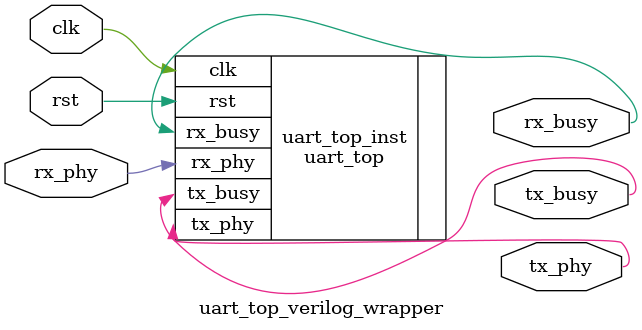
<source format=v>
module uart_top_verilog_wrapper(
    input clk,
    input rst,
    input rx_phy,
    output tx_phy,
    output tx_busy,
    output rx_busy);

    uart_top #(.CLKS_PER_BIT(125000000/115200))
    uart_top_inst (
              .clk(clk),
              .rst(rst),
              .rx_phy(rx_phy),
              .rx_busy(rx_busy),
              .tx_busy(tx_busy),
              .tx_phy(tx_phy));
    
endmodule

</source>
